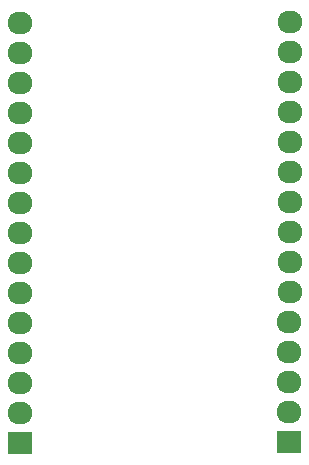
<source format=gbr>
%TF.GenerationSoftware,KiCad,Pcbnew,(7.0.0)*%
%TF.CreationDate,2023-02-19T19:08:13+01:00*%
%TF.ProjectId,Trial_ESP32,54726961-6c5f-4455-9350-33322e6b6963,rev?*%
%TF.SameCoordinates,Original*%
%TF.FileFunction,Copper,L2,Bot*%
%TF.FilePolarity,Positive*%
%FSLAX46Y46*%
G04 Gerber Fmt 4.6, Leading zero omitted, Abs format (unit mm)*
G04 Created by KiCad (PCBNEW (7.0.0)) date 2023-02-19 19:08:13*
%MOMM*%
%LPD*%
G01*
G04 APERTURE LIST*
%TA.AperFunction,ComponentPad*%
%ADD10R,2.100000X1.900000*%
%TD*%
%TA.AperFunction,ComponentPad*%
%ADD11O,2.100000X1.900000*%
%TD*%
G04 APERTURE END LIST*
D10*
%TO.P,REF\u002A\u002A,1*%
%TO.N,N/C*%
X20292999Y-63372999D03*
D11*
%TO.P,REF\u002A\u002A,2*%
X20292999Y-60832999D03*
%TO.P,REF\u002A\u002A,3*%
X20292999Y-58292999D03*
%TO.P,REF\u002A\u002A,4*%
X20292999Y-55752999D03*
%TO.P,REF\u002A\u002A,5*%
X20292999Y-53212999D03*
%TO.P,REF\u002A\u002A,6*%
X20323999Y-50676999D03*
%TO.P,REF\u002A\u002A,7*%
X20323999Y-48136999D03*
%TO.P,REF\u002A\u002A,8*%
X20323999Y-45596999D03*
%TO.P,REF\u002A\u002A,9*%
X20323999Y-43056999D03*
%TO.P,REF\u002A\u002A,10*%
X20323999Y-40516999D03*
%TO.P,REF\u002A\u002A,11*%
X20323999Y-37976999D03*
%TO.P,REF\u002A\u002A,12*%
X20323999Y-35436999D03*
%TO.P,REF\u002A\u002A,13*%
X20323999Y-32896999D03*
%TO.P,REF\u002A\u002A,14*%
X20323999Y-30356999D03*
%TO.P,REF\u002A\u002A,15*%
X20323999Y-27816999D03*
%TO.P,REF\u002A\u002A,16*%
X43129999Y-27789999D03*
%TO.P,REF\u002A\u002A,17*%
X43129999Y-30329999D03*
%TO.P,REF\u002A\u002A,18*%
X43129999Y-32869999D03*
%TO.P,REF\u002A\u002A,19*%
X43129999Y-35409999D03*
%TO.P,REF\u002A\u002A,20*%
X43129999Y-37949999D03*
%TO.P,REF\u002A\u002A,21*%
X43129999Y-40489999D03*
%TO.P,REF\u002A\u002A,22*%
X43129999Y-43029999D03*
%TO.P,REF\u002A\u002A,23*%
X43129999Y-45569999D03*
%TO.P,REF\u002A\u002A,24*%
X43129999Y-48109999D03*
%TO.P,REF\u002A\u002A,25*%
X43129999Y-50649999D03*
%TO.P,REF\u002A\u002A,26*%
X43098999Y-53185999D03*
%TO.P,REF\u002A\u002A,27*%
X43098999Y-55725999D03*
%TO.P,REF\u002A\u002A,28*%
X43098999Y-58265999D03*
%TO.P,REF\u002A\u002A,29*%
X43098999Y-60805999D03*
D10*
%TO.P,REF\u002A\u002A,30*%
X43098999Y-63345999D03*
%TD*%
M02*

</source>
